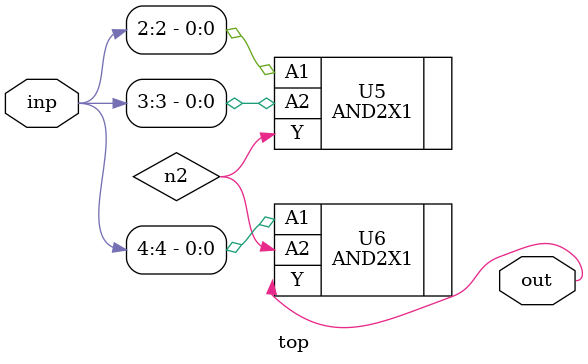
<source format=sv>


module top ( inp, out );
  input [4:0] inp;
  output out;
  wire   n2;

  AND2X1 U5 ( .A1(inp[2]), .A2(inp[3]), .Y(n2) );
  AND2X1 U6 ( .A1(inp[4]), .A2(n2), .Y(out) );
endmodule


</source>
